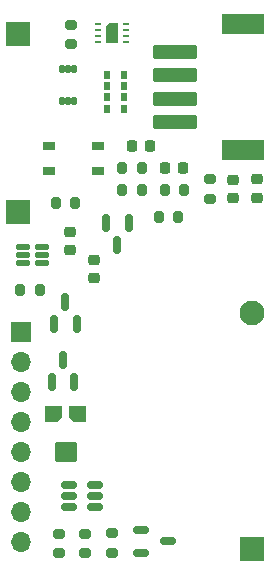
<source format=gts>
G04 #@! TF.GenerationSoftware,KiCad,Pcbnew,7.0.7*
G04 #@! TF.CreationDate,2024-02-13T08:09:53-05:00*
G04 #@! TF.ProjectId,sensor_node,73656e73-6f72-45f6-9e6f-64652e6b6963,rev?*
G04 #@! TF.SameCoordinates,Original*
G04 #@! TF.FileFunction,Soldermask,Top*
G04 #@! TF.FilePolarity,Negative*
%FSLAX46Y46*%
G04 Gerber Fmt 4.6, Leading zero omitted, Abs format (unit mm)*
G04 Created by KiCad (PCBNEW 7.0.7) date 2024-02-13 08:09:53*
%MOMM*%
%LPD*%
G01*
G04 APERTURE LIST*
G04 Aperture macros list*
%AMRoundRect*
0 Rectangle with rounded corners*
0 $1 Rounding radius*
0 $2 $3 $4 $5 $6 $7 $8 $9 X,Y pos of 4 corners*
0 Add a 4 corners polygon primitive as box body*
4,1,4,$2,$3,$4,$5,$6,$7,$8,$9,$2,$3,0*
0 Add four circle primitives for the rounded corners*
1,1,$1+$1,$2,$3*
1,1,$1+$1,$4,$5*
1,1,$1+$1,$6,$7*
1,1,$1+$1,$8,$9*
0 Add four rect primitives between the rounded corners*
20,1,$1+$1,$2,$3,$4,$5,0*
20,1,$1+$1,$4,$5,$6,$7,0*
20,1,$1+$1,$6,$7,$8,$9,0*
20,1,$1+$1,$8,$9,$2,$3,0*%
%AMFreePoly0*
4,1,6,0.500000,-0.850000,-0.500000,-0.850000,-0.500000,0.550000,-0.200000,0.850000,0.500000,0.850000,0.500000,-0.850000,0.500000,-0.850000,$1*%
G04 Aperture macros list end*
%ADD10RoundRect,0.150000X0.150000X-0.587500X0.150000X0.587500X-0.150000X0.587500X-0.150000X-0.587500X0*%
%ADD11RoundRect,0.102000X0.800000X0.750000X-0.800000X0.750000X-0.800000X-0.750000X0.800000X-0.750000X0*%
%ADD12RoundRect,0.225000X0.250000X-0.225000X0.250000X0.225000X-0.250000X0.225000X-0.250000X-0.225000X0*%
%ADD13RoundRect,0.102000X0.495000X0.150000X-0.495000X0.150000X-0.495000X-0.150000X0.495000X-0.150000X0*%
%ADD14RoundRect,0.225000X-0.250000X0.225000X-0.250000X-0.225000X0.250000X-0.225000X0.250000X0.225000X0*%
%ADD15RoundRect,0.200000X-0.275000X0.200000X-0.275000X-0.200000X0.275000X-0.200000X0.275000X0.200000X0*%
%ADD16RoundRect,0.150000X-0.512500X-0.150000X0.512500X-0.150000X0.512500X0.150000X-0.512500X0.150000X0*%
%ADD17RoundRect,0.200000X0.275000X-0.200000X0.275000X0.200000X-0.275000X0.200000X-0.275000X-0.200000X0*%
%ADD18RoundRect,0.200000X-0.200000X-0.275000X0.200000X-0.275000X0.200000X0.275000X-0.200000X0.275000X0*%
%ADD19RoundRect,0.200000X0.200000X0.275000X-0.200000X0.275000X-0.200000X-0.275000X0.200000X-0.275000X0*%
%ADD20R,0.550000X0.250000*%
%ADD21FreePoly0,0.000000*%
%ADD22R,0.600000X0.720000*%
%ADD23R,2.000000X2.000000*%
%ADD24RoundRect,0.150000X0.512500X0.150000X-0.512500X0.150000X-0.512500X-0.150000X0.512500X-0.150000X0*%
%ADD25R,2.100000X2.100000*%
%ADD26C,2.100000*%
%ADD27RoundRect,0.150000X-0.150000X0.587500X-0.150000X-0.587500X0.150000X-0.587500X0.150000X0.587500X0*%
%ADD28RoundRect,0.225000X-0.225000X-0.250000X0.225000X-0.250000X0.225000X0.250000X-0.225000X0.250000X0*%
%ADD29RoundRect,0.102000X-0.125000X0.275000X-0.125000X-0.275000X0.125000X-0.275000X0.125000X0.275000X0*%
%ADD30R,1.050000X0.650000*%
%ADD31RoundRect,0.102000X-1.750000X0.500000X-1.750000X-0.500000X1.750000X-0.500000X1.750000X0.500000X0*%
%ADD32RoundRect,0.102000X-1.700000X0.750000X-1.700000X-0.750000X1.700000X-0.750000X1.700000X0.750000X0*%
%ADD33R,1.700000X1.700000*%
%ADD34O,1.700000X1.700000*%
G04 APERTURE END LIST*
G36*
X140900000Y-95575000D02*
G01*
X139900000Y-95575000D01*
X139500000Y-95175000D01*
X139500000Y-94175000D01*
X140900000Y-94175000D01*
X140900000Y-95575000D01*
G37*
G36*
X138900000Y-95175000D02*
G01*
X138500000Y-95575000D01*
X137500000Y-95575000D01*
X137500000Y-94175000D01*
X138900000Y-94175000D01*
X138900000Y-95175000D01*
G37*
D10*
X138050000Y-92137500D03*
X139950000Y-92137500D03*
X139000000Y-90262500D03*
D11*
X139200000Y-98125000D03*
D12*
X141600000Y-83375000D03*
X141600000Y-81825000D03*
D13*
X137200000Y-82050000D03*
X137200000Y-81400000D03*
X137200000Y-80750000D03*
X135590000Y-80750000D03*
X135590000Y-81400000D03*
X135590000Y-82050000D03*
D14*
X153400000Y-75025000D03*
X153400000Y-76575000D03*
D15*
X138643750Y-105025000D03*
X138643750Y-106675000D03*
D16*
X145600000Y-104700000D03*
X145600000Y-106600000D03*
X147875000Y-105650000D03*
D17*
X143137500Y-106625000D03*
X143137500Y-104975000D03*
D18*
X147075000Y-78200000D03*
X148725000Y-78200000D03*
X144000000Y-75910000D03*
X145650000Y-75910000D03*
D19*
X149250000Y-75910000D03*
X147600000Y-75910000D03*
D20*
X141940000Y-61874500D03*
X141940000Y-62374500D03*
X141940000Y-62874500D03*
X141940000Y-63374500D03*
X144290000Y-63374500D03*
X144290000Y-62874500D03*
X144290000Y-62374500D03*
X144290000Y-61874500D03*
D21*
X143115000Y-62624500D03*
D17*
X151400000Y-76650000D03*
X151400000Y-75000000D03*
D22*
X142715000Y-69040000D03*
X142715000Y-68070000D03*
X142715000Y-67100000D03*
X142715000Y-66130000D03*
X144115000Y-66130000D03*
X144115000Y-67100000D03*
X144115000Y-68070000D03*
X144115000Y-69040000D03*
D23*
X135200000Y-77800000D03*
X135200000Y-62680000D03*
D19*
X137025000Y-84400000D03*
X135375000Y-84400000D03*
D14*
X155400000Y-75000000D03*
X155400000Y-76550000D03*
D24*
X141737500Y-102750000D03*
X141737500Y-101800000D03*
X141737500Y-100850000D03*
X139462500Y-100850000D03*
X139462500Y-101800000D03*
X139462500Y-102750000D03*
D14*
X139600000Y-79450000D03*
X139600000Y-81000000D03*
D25*
X155000000Y-106289087D03*
D26*
X155000000Y-86289087D03*
D15*
X139690000Y-61895000D03*
X139690000Y-63545000D03*
D17*
X140843750Y-106675000D03*
X140843750Y-105025000D03*
D27*
X144550000Y-78662500D03*
X142650000Y-78662500D03*
X143600000Y-80537500D03*
D28*
X146350000Y-72200000D03*
X144800000Y-72200000D03*
D19*
X140025000Y-77000000D03*
X138375000Y-77000000D03*
D29*
X139900000Y-65650000D03*
X139400000Y-65650000D03*
X138900000Y-65650000D03*
X138900000Y-68400000D03*
X139400000Y-68400000D03*
X139900000Y-68400000D03*
D18*
X144015000Y-74030000D03*
X145665000Y-74030000D03*
D30*
X141975000Y-74300000D03*
X137825000Y-74300000D03*
X141975000Y-72150000D03*
X137825000Y-72150000D03*
D31*
X148450000Y-70180000D03*
X148450000Y-68180000D03*
X148450000Y-66180000D03*
X148450000Y-64180000D03*
D32*
X154200000Y-72530000D03*
X154200000Y-61830000D03*
D33*
X135425000Y-87925000D03*
D34*
X135425000Y-90465000D03*
X135425000Y-93005000D03*
X135425000Y-95545000D03*
X135425000Y-98085000D03*
X135425000Y-100625000D03*
X135425000Y-103165000D03*
X135425000Y-105705000D03*
D28*
X147595000Y-74070000D03*
X149145000Y-74070000D03*
D10*
X138240000Y-87287500D03*
X140140000Y-87287500D03*
X139190000Y-85412500D03*
M02*

</source>
